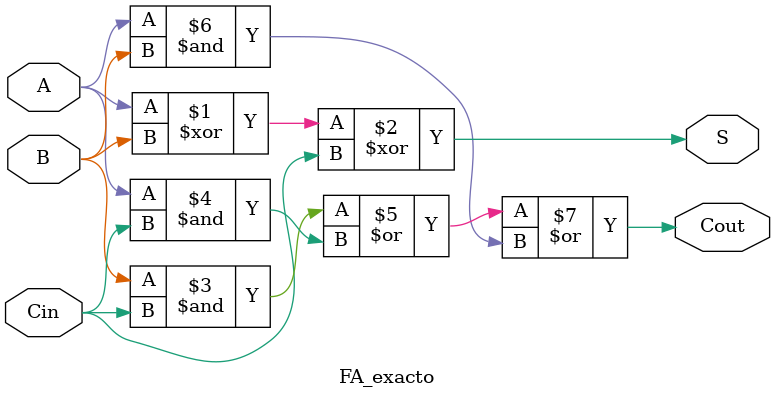
<source format=v>
module FA_exacto (
    input A, B, Cin,
    output S, Cout
);
    assign S = A ^ B ^ Cin;
    assign Cout = (B & Cin) | (A & Cin) | (A & B);
endmodule
</source>
